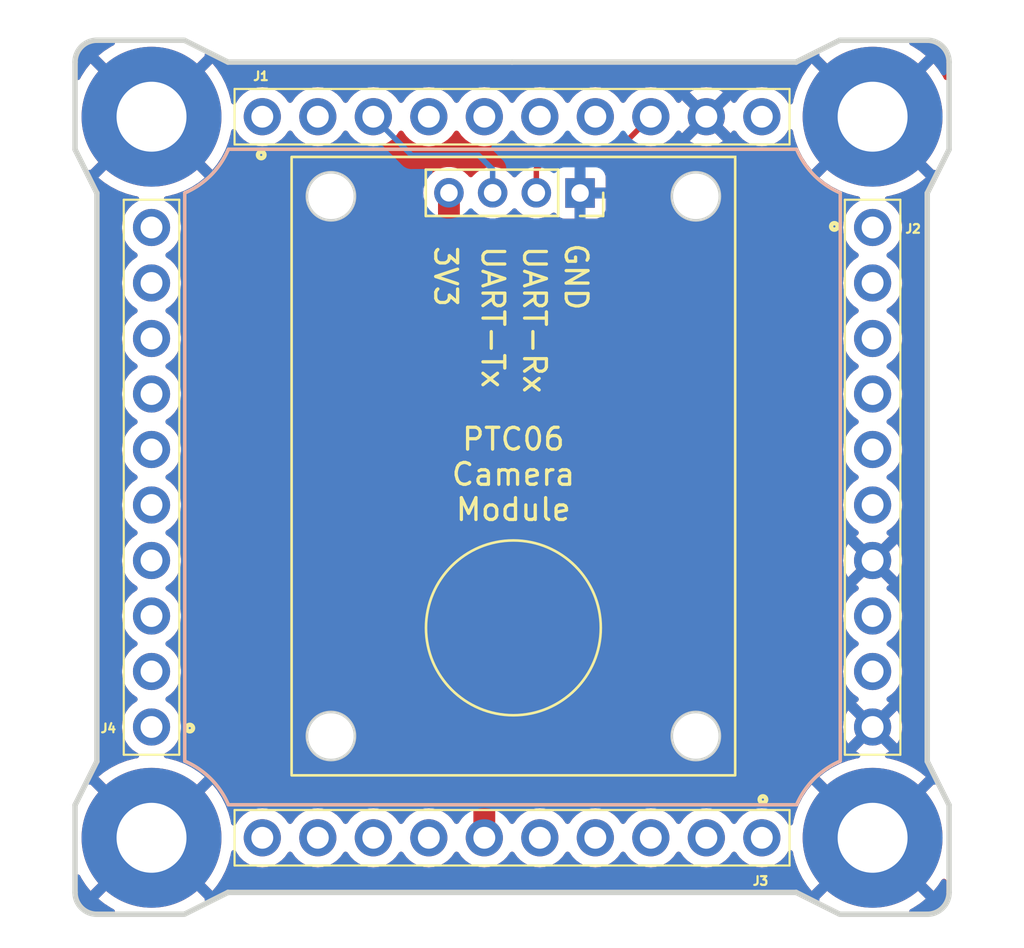
<source format=kicad_pcb>
(kicad_pcb (version 20221018) (generator pcbnew)
  (layers (0 "F.Cu" signal) (31 "B.Cu" signal) (34 "B.Paste" user) (35 "F.Paste" user) (36 "B.SilkS" user "B.Silkscreen") (37 "F.SilkS" user "F.Silkscreen") (38 "B.Mask" user) (39 "F.Mask" user) (44 "Edge.Cuts" user))
  (net 0 "")
  (net 1 "GND")
  (net 2 "/SDA1")
  (net 3 "/SCL1")
  (net 4 "/UART_RX")
  (net 5 "/KILLSWITCH+")
  (net 6 "/PFO")
  (net 7 "/BAT-")
  (net 8 "/NC")
  (net 9 "/UART_TX")
  (net 10 "/3V3_PERM")
  (net 11 "/STM32_PA15")
  (net 12 "/SWO")
  (net 13 "/BATT_NTC")
  (net 14 "/SOLAR_Y")
  (net 15 "/SEL_PH2")
  (net 16 "/SEL_PH1")
  (net 17 "/HEATER_PWR")
  (net 18 "/BURNCOMMS")
  (net 19 "/SOLAR_Z")
  (net 20 "/STM32_PB0")
  (net 21 "/ADCS_POWER")
  (net 22 "/RST_DRIVERS")
  (net 23 "/ADC_PH")
  (net 24 "/P{slash}L_POWER")
  (net 25 "/SEL_PH0")
  (net 26 "/VCC_UMBILICAL")
  (net 27 "/FAULT")
  (net 28 "/CHRG")
  (net 29 "/SOLAR_X")
  (net 30 "/CHRGOFF")
  (net 31 "/CLPROG")
  (net 32 "/SDA3")
  (net 33 "/NRST")
  (net 34 "/SWDIO")
  (net 35 "/SWCLK")
  (net 36 "/DAC_PL")
  (net 37 "/ADC_PL")
  (net 38 "/SCL3")
  (footprint "MountingHole:MountingHole_3.2mm_M3_Pad" (layer "F.Cu") (at 116.5 33.5)
    (fp_text reference "H2" hide)
    (fp_text value "MountingHole_Pad")
    (pad "1" thru_hole circle (at 0 0) (size 6.4 6.4) (drill 3.2) (layers "*.Cu" "*.Mask") (net 1 "GND"))
  )
  (footprint "connector-nsl:BBL-110-Y-X" (layer "F.Cu") (at 116.5 38.57 -90)
    (fp_text reference "J2" (at 0.061 -1.854 unlocked) (layer "F.SilkS") (effects (font (size 0.4 0.4))))
    (fp_text value "Conn_01x10" hide)
    (fp_line (start -1.27 -1.27) (end 24.13 -1.27) (stroke (width 0.1)) (layer "F.SilkS"))
    (fp_line (start -1.27 1.27) (end -1.27 -1.27) (stroke (width 0.1)) (layer "F.SilkS"))
    (fp_line (start 24.13 -1.27) (end 24.13 1.27) (stroke (width 0.1)) (layer "F.SilkS"))
    (fp_line (start 24.13 1.27) (end -1.27 1.27) (stroke (width 0.1)) (layer "F.SilkS"))
    (fp_circle (center -0.05 1.75) (end -0.05 1.8) (stroke (width 0.2)) (fill none) (layer "F.SilkS"))
    (pad "1" thru_hole circle (at 0 0 270) (size 1.7 1.7) (drill 1) (layers "*.Cu" "*.Mask") (net 11 "/STM32_PA15"))
    (pad "2" thru_hole circle (at 2.54 0 270) (size 1.7 1.7) (drill 1) (layers "*.Cu" "*.Mask") (net 12 "/SWO"))
    (pad "3" thru_hole circle (at 5.08 0 270) (size 1.7 1.7) (drill 1) (layers "*.Cu" "*.Mask") (net 13 "/BATT_NTC"))
    (pad "4" thru_hole circle (at 7.62 0 270) (size 1.7 1.7) (drill 1) (layers "*.Cu" "*.Mask") (net 14 "/SOLAR_Y"))
    (pad "5" thru_hole circle (at 10.16 0 270) (size 1.7 1.7) (drill 1) (layers "*.Cu" "*.Mask") (net 15 "/SEL_PH2"))
    (pad "6" thru_hole circle (at 12.7 0 270) (size 1.7 1.7) (drill 1) (layers "*.Cu" "*.Mask") (net 16 "/SEL_PH1"))
    (pad "7" thru_hole circle (at 15.24 0 270) (size 1.7 1.7) (drill 1) (layers "*.Cu" "*.Mask") (net 1 "GND"))
    (pad "8" thru_hole circle (at 17.78 0 270) (size 1.7 1.7) (drill 1) (layers "*.Cu" "*.Mask") (net 17 "/HEATER_PWR"))
    (pad "9" thru_hole circle (at 20.32 0 270) (size 1.7 1.7) (drill 1) (layers "*.Cu" "*.Mask") (net 18 "/BURNCOMMS"))
    (pad "10" thru_hole circle (at 22.86 0 270) (size 1.7 1.7) (drill 1) (layers "*.Cu" "*.Mask") (net 1 "GND"))
  )
  (footprint "connector-nsl:BBL-110-Y-X" (layer "F.Cu") (at 88.57 33.5)
    (fp_text reference "J1" (at -0.061 -1.854 unlocked) (layer "F.SilkS") (effects (font (size 0.4 0.4))))
    (fp_text value "Conn_01x10" hide)
    (fp_line (start -1.27 -1.27) (end 24.13 -1.27) (stroke (width 0.1)) (layer "F.SilkS"))
    (fp_line (start -1.27 1.27) (end -1.27 -1.27) (stroke (width 0.1)) (layer "F.SilkS"))
    (fp_line (start 24.13 -1.27) (end 24.13 1.27) (stroke (width 0.1)) (layer "F.SilkS"))
    (fp_line (start 24.13 1.27) (end -1.27 1.27) (stroke (width 0.1)) (layer "F.SilkS"))
    (fp_circle (center -0.05 1.75) (end -0.05 1.8) (stroke (width 0.2)) (fill none) (layer "F.SilkS"))
    (pad "1" thru_hole circle (at 0 0) (size 1.7 1.7) (drill 1) (layers "*.Cu" "*.Mask") (net 2 "/SDA1"))
    (pad "2" thru_hole circle (at 2.54 0) (size 1.7 1.7) (drill 1) (layers "*.Cu" "*.Mask") (net 3 "/SCL1"))
    (pad "3" thru_hole circle (at 5.08 0) (size 1.7 1.7) (drill 1) (layers "*.Cu" "*.Mask") (net 4 "/UART_RX"))
    (pad "4" thru_hole circle (at 7.62 0) (size 1.7 1.7) (drill 1) (layers "*.Cu" "*.Mask") (net 5 "/KILLSWITCH+"))
    (pad "5" thru_hole circle (at 10.16 0) (size 1.7 1.7) (drill 1) (layers "*.Cu" "*.Mask") (net 6 "/PFO"))
    (pad "6" thru_hole circle (at 12.7 0) (size 1.7 1.7) (drill 1) (layers "*.Cu" "*.Mask") (net 7 "/BAT-"))
    (pad "7" thru_hole circle (at 15.24 0) (size 1.7 1.7) (drill 1) (layers "*.Cu" "*.Mask") (net 8 "/NC"))
    (pad "8" thru_hole circle (at 17.78 0) (size 1.7 1.7) (drill 1) (layers "*.Cu" "*.Mask") (net 9 "/UART_TX"))
    (pad "9" thru_hole circle (at 20.32 0) (size 1.7 1.7) (drill 1) (layers "*.Cu" "*.Mask") (net 1 "GND"))
    (pad "10" thru_hole circle (at 22.86 0) (size 1.7 1.7) (drill 1) (layers "*.Cu" "*.Mask") (net 10 "/3V3_PERM"))
  )
  (footprint "connector-nsl:BBL-110-Y-X" (layer "F.Cu") (at 83.5 61.43 90)
    (fp_text reference "J4" (at -0.061 -1.976 unlocked) (layer "F.SilkS") (effects (font (size 0.4 0.4))))
    (fp_text value "Conn_01x10" hide)
    (fp_line (start -1.27 -1.27) (end 24.13 -1.27) (stroke (width 0.1)) (layer "F.SilkS"))
    (fp_line (start -1.27 1.27) (end -1.27 -1.27) (stroke (width 0.1)) (layer "F.SilkS"))
    (fp_line (start 24.13 -1.27) (end 24.13 1.27) (stroke (width 0.1)) (layer "F.SilkS"))
    (fp_line (start 24.13 1.27) (end -1.27 1.27) (stroke (width 0.1)) (layer "F.SilkS"))
    (fp_circle (center -0.05 1.75) (end -0.05 1.8) (stroke (width 0.2)) (fill none) (layer "F.SilkS"))
    (pad "1" thru_hole circle (at 0 0 90) (size 1.7 1.7) (drill 1) (layers "*.Cu" "*.Mask") (net 29 "/SOLAR_X"))
    (pad "2" thru_hole circle (at 2.54 0 90) (size 1.7 1.7) (drill 1) (layers "*.Cu" "*.Mask") (net 30 "/CHRGOFF"))
    (pad "3" thru_hole circle (at 5.08 0 90) (size 1.7 1.7) (drill 1) (layers "*.Cu" "*.Mask") (net 31 "/CLPROG"))
    (pad "4" thru_hole circle (at 7.62 0 90) (size 1.7 1.7) (drill 1) (layers "*.Cu" "*.Mask") (net 32 "/SDA3"))
    (pad "5" thru_hole circle (at 10.16 0 90) (size 1.7 1.7) (drill 1) (layers "*.Cu" "*.Mask") (net 33 "/NRST"))
    (pad "6" thru_hole circle (at 12.7 0 90) (size 1.7 1.7) (drill 1) (layers "*.Cu" "*.Mask") (net 34 "/SWDIO"))
    (pad "7" thru_hole circle (at 15.24 0 90) (size 1.7 1.7) (drill 1) (layers "*.Cu" "*.Mask") (net 35 "/SWCLK"))
    (pad "8" thru_hole circle (at 17.78 0 90) (size 1.7 1.7) (drill 1) (layers "*.Cu" "*.Mask") (net 36 "/DAC_PL"))
    (pad "9" thru_hole circle (at 20.32 0 90) (size 1.7 1.7) (drill 1) (layers "*.Cu" "*.Mask") (net 37 "/ADC_PL"))
    (pad "10" thru_hole circle (at 22.86 0 90) (size 1.7 1.7) (drill 1) (layers "*.Cu" "*.Mask") (net 38 "/SCL3"))
  )
  (footprint "MountingHole:MountingHole_3.2mm_M3_Pad" (layer "F.Cu") (at 116.5 66.5)
    (fp_text reference "H3" hide)
    (fp_text value "MountingHole_Pad")
    (pad "1" thru_hole circle (at 0 0) (size 6.4 6.4) (drill 3.2) (layers "*.Cu" "*.Mask") (net 1 "GND"))
  )
  (footprint "MountingHole:MountingHole_3.2mm_M3_Pad" (layer "F.Cu") (at 83.5 66.5)
    (fp_text reference "H4" hide)
    (fp_text value "MountingHole_Pad")
    (pad "1" thru_hole circle (at 0 0) (size 6.4 6.4) (drill 3.2) (layers "*.Cu" "*.Mask") (net 1 "GND"))
  )
  (footprint "sensor-nsl:PTC06" (layer "F.Cu") (at 100.0608 49.492 -90)
    (fp_text reference "U1" hide)
    (fp_text value "PTC06")
    (fp_text user "3V3" (at -10.16 3.683 -90 unlocked) (layer "F.SilkS") (effects (justify left bottom)))
    (fp_text user "UART-Rx" (at -10.16 -0.381 -90 unlocked) (layer "F.SilkS") (effects (justify left bottom)))
    (fp_text user "GND" (at -10.287 -2.286 -90 unlocked) (layer "F.SilkS") (effects (justify left bottom)))
    (fp_text user "UART-Tx" (at -10.16 1.524 -90 unlocked) (layer "F.SilkS") (effects (justify left bottom)))
    (fp_text_box "PTC06 Camera Module" (start -2.569 5.08) (end 3.4 -5.08) (angle 90) (layer "F.SilkS") (effects (font (size 1 1)) (justify top)))
    (fp_line (start -13.57 -2.05) (end -13.57 4.01) (stroke (width 0.12)) (layer "F.SilkS"))
    (fp_line (start -13.57 -2.05) (end -11.45 -2.05) (stroke (width 0.12)) (layer "F.SilkS"))
    (fp_line (start -13.57 4.01) (end -11.45 4.01) (stroke (width 0.12)) (layer "F.SilkS"))
    (fp_line (start -12.51 -4.11) (end -11.45 -4.11) (stroke (width 0.12)) (layer "F.SilkS"))
    (fp_line (start -11.45 -4.11) (end -11.45 -3.05) (stroke (width 0.12)) (layer "F.SilkS"))
    (fp_line (start -11.45 -2.05) (end -11.45 4.01) (stroke (width 0.12)) (layer "F.SilkS"))
    (fp_rect (start -14.15 -10.15) (end 14.15 10.15) (stroke (width 0.12)) (fill none) (layer "F.SilkS"))
    (fp_circle (center 7.4 0) (end 11.4 0) (stroke (width 0.12)) (fill none) (layer "F.SilkS"))
    (fp_circle (center -12.35 -8.35) (end -11.25 -8.35) (stroke (width 0.12)) (fill none) (layer "Edge.Cuts"))
    (fp_circle (center -12.35 8.35) (end -11.25 8.35) (stroke (width 0.12)) (fill none) (layer "Edge.Cuts"))
    (fp_circle (center 12.35 -8.35) (end 13.45 -8.35) (stroke (width 0.12)) (fill none) (layer "Edge.Cuts"))
    (fp_circle (center 12.35 8.35) (end 13.45 8.35) (stroke (width 0.12)) (fill none) (layer "Edge.Cuts"))
    (pad "1" thru_hole rect (at -12.5 -3.05 270) (size 1.35 1.35) (drill 0.8) (layers "*.Cu" "*.Mask") (net 1 "GND"))
    (pad "2" thru_hole oval (at -12.51 -1.05 270) (size 1.35 1.35) (drill 0.8) (layers "*.Cu" "*.Mask") (net 9 "/UART_TX"))
    (pad "3" thru_hole oval (at -12.51 0.95 270) (size 1.35 1.35) (drill 0.8) (layers "*.Cu" "*.Mask") (net 4 "/UART_RX"))
    (pad "4" thru_hole oval (at -12.51 2.95 270) (size 1.35 1.35) (drill 0.8) (layers "*.Cu" "*.Mask") (net 24 "/P{slash}L_POWER"))
  )
  (footprint "connector-nsl:BBL-110-Y-X" (layer "F.Cu") (at 111.43 66.5 180)
    (fp_text reference "J3" (at 0.061 -1.976 unlocked) (layer "F.SilkS") (effects (font (size 0.4 0.4))))
    (fp_text value "Conn_01x10" hide)
    (fp_line (start -1.27 -1.27) (end 24.13 -1.27) (stroke (width 0.1)) (layer "F.SilkS"))
    (fp_line (start -1.27 1.27) (end -1.27 -1.27) (stroke (width 0.1)) (layer "F.SilkS"))
    (fp_line (start 24.13 -1.27) (end 24.13 1.27) (stroke (width 0.1)) (layer "F.SilkS"))
    (fp_line (start 24.13 1.27) (end -1.27 1.27) (stroke (width 0.1)) (layer "F.SilkS"))
    (fp_circle (center -0.05 1.75) (end -0.05 1.8) (stroke (width 0.2)) (fill none) (layer "F.SilkS"))
    (pad "1" thru_hole circle (at 0 0 180) (size 1.7 1.7) (drill 1) (layers "*.Cu" "*.Mask") (net 19 "/SOLAR_Z"))
    (pad "2" thru_hole circle (at 2.54 0 180) (size 1.7 1.7) (drill 1) (layers "*.Cu" "*.Mask") (net 20 "/STM32_PB0"))
    (pad "3" thru_hole circle (at 5.08 0 180) (size 1.7 1.7) (drill 1) (layers "*.Cu" "*.Mask") (net 21 "/ADCS_POWER"))
    (pad "4" thru_hole circle (at 7.62 0 180) (size 1.7 1.7) (drill 1) (layers "*.Cu" "*.Mask") (net 22 "/RST_DRIVERS"))
    (pad "5" thru_hole circle (at 10.16 0 180) (size 1.7 1.7) (drill 1) (layers "*.Cu" "*.Mask") (net 23 "/ADC_PH"))
    (pad "6" thru_hole circle (at 12.7 0 180) (size 1.7 1.7) (drill 1) (layers "*.Cu" "*.Mask") (net 24 "/P{slash}L_POWER"))
    (pad "7" thru_hole circle (at 15.24 0 180) (size 1.7 1.7) (drill 1) (layers "*.Cu" "*.Mask") (net 25 "/SEL_PH0"))
    (pad "8" thru_hole circle (at 17.78 0 180) (size 1.7 1.7) (drill 1) (layers "*.Cu" "*.Mask") (net 26 "/VCC_UMBILICAL"))
    (pad "9" thru_hole circle (at 20.32 0 180) (size 1.7 1.7) (drill 1) (layers "*.Cu" "*.Mask") (net 27 "/FAULT"))
    (pad "10" thru_hole circle (at 22.86 0 180) (size 1.7 1.7) (drill 1) (layers "*.Cu" "*.Mask") (net 28 "/CHRG"))
  )
  (footprint "MountingHole:MountingHole_3.2mm_M3_Pad" (layer "F.Cu") (at 83.5 33.5)
    (fp_text reference "H1" hide)
    (fp_text value "MountingHole_Pad")
    (pad "1" thru_hole circle (at 0 0) (size 6.4 6.4) (drill 3.2) (layers "*.Cu" "*.Mask") (net 1 "GND"))
  )
  (gr_arc (start 115.020182 36.989817) (mid 113.827602 36.182398) (end 113.020183 34.989818) (stroke (width 0.15)) (layer "B.SilkS"))
  (gr_line (start 115.020182 62.989818) (end 115.020182 36.989818) (stroke (width 0.15)) (layer "B.SilkS"))
  (gr_line (start 85.020182 36.989818) (end 85.020182 62.989818) (stroke (width 0.15)) (layer "B.SilkS"))
  (gr_arc (start 85.020182 62.989819) (mid 86.212765 63.797235) (end 87.020181 64.989818) (stroke (width 0.15)) (layer "B.SilkS"))
  (gr_line (start 87.020182 64.989818) (end 113.020182 64.989818) (stroke (width 0.15)) (layer "B.SilkS"))
  (gr_line (start 87.020182 34.989818) (end 113.020182 34.989818) (stroke (width 0.15)) (layer "B.SilkS"))
  (gr_arc (start 113.020183 64.989818) (mid 113.827595 63.797228) (end 115.020182 62.989819) (stroke (width 0.15)) (layer "B.SilkS"))
  (gr_arc (start 87.020181 34.989818) (mid 86.212758 36.182392) (end 85.020182 36.989817) (stroke (width 0.15)) (layer "B.SilkS"))
  (gr_arc (start 87.020181 34.989818) (mid 86.212758 36.182392) (end 85.020182 36.989817) (stroke (width 0.15)) (layer "F.SilkS"))
  (gr_line (start 87.020182 64.989818) (end 113.020182 64.989818) (stroke (width 0.15)) (layer "F.SilkS"))
  (gr_arc (start 115.020182 36.989817) (mid 113.827602 36.182398) (end 113.020183 34.989818) (stroke (width 0.15)) (layer "F.SilkS"))
  (gr_arc (start 85.020182 62.989819) (mid 86.212765 63.797235) (end 87.020181 64.989818) (stroke (width 0.15)) (layer "F.SilkS"))
  (gr_line (start 115.020182 62.989818) (end 115.020182 36.989818) (stroke (width 0.15)) (layer "F.SilkS"))
  (gr_line (start 87.020182 34.989818) (end 113.020182 34.989818) (stroke (width 0.15)) (layer "F.SilkS"))
  (gr_arc (start 113.020183 64.989818) (mid 113.827595 63.797228) (end 115.020182 62.989819) (stroke (width 0.15)) (layer "F.SilkS"))
  (gr_line (start 85.020182 36.989818) (end 85.020182 62.989818) (stroke (width 0.15)) (layer "F.SilkS"))
  (gr_line (start 85 70) (end 81 70) (stroke (width 0.25)) (layer "Edge.Cuts"))
  (gr_line (start 80 35) (end 80 31) (stroke (width 0.25)) (layer "Edge.Cuts"))
  (gr_line (start 119 37) (end 119 63) (stroke (width 0.25)) (layer "Edge.Cuts"))
  (gr_line (start 80 69) (end 80 65) (stroke (width 0.25)) (layer "Edge.Cuts"))
  (gr_line (start 113 69) (end 87 69) (stroke (width 0.25)) (layer "Edge.Cuts"))
  (gr_line (start 120 65) (end 120 69) (stroke (width 0.25)) (layer "Edge.Cuts"))
  (gr_line (start 87 31) (end 99.999 31) (stroke (width 0.25)) (layer "Edge.Cuts"))
  (gr_line (start 80 65) (end 81 63) (stroke (width 0.25)) (layer "Edge.Cuts"))
  (gr_line (start 113 31) (end 114.999 30) (stroke (width 0.25)) (layer "Edge.Cuts"))
  (gr_arc (start 81 70) (mid 80.292893 69.707107) (end 80 69) (stroke (width 0.25)) (layer "Edge.Cuts"))
  (gr_line (start 119 63) (end 120 65) (stroke (width 0.25)) (layer "Edge.Cuts"))
  (gr_line (start 81 30) (end 85 30) (stroke (width 0.25)) (layer "Edge.Cuts"))
  (gr_line (start 120 35) (end 119 37) (stroke (width 0.25)) (layer "Edge.Cuts"))
  (gr_line (start 115 70) (end 119 70) (stroke (width 0.25)) (layer "Edge.Cuts"))
  (gr_arc (start 120 69) (mid 119.707107 69.707107) (end 119 70) (stroke (width 0.25)) (layer "Edge.Cuts"))
  (gr_arc (start 80 31) (mid 80.292893 30.292893) (end 81 30) (stroke (width 0.25)) (layer "Edge.Cuts"))
  (gr_line (start 99.999 31) (end 113 31) (stroke (width 0.25)) (layer "Edge.Cuts"))
  (gr_line (start 120 35) (end 120 31) (stroke (width 0.25)) (layer "Edge.Cuts"))
  (gr_line (start 114.999 30) (end 119 30) (stroke (width 0.25)) (layer "Edge.Cuts"))
  (gr_arc (start 119 30) (mid 119.707107 30.292893) (end 120 31) (stroke (width 0.25)) (layer "Edge.Cuts"))
  (gr_line (start 113 69) (end 115 70) (stroke (width 0.25)) (layer "Edge.Cuts"))
  (gr_line (start 85 30) (end 87 31) (stroke (width 0.25)) (layer "Edge.Cuts"))
  (gr_line (start 81 37) (end 80 35) (stroke (width 0.25)) (layer "Edge.Cuts"))
  (gr_line (start 81 63) (end 81 37) (stroke (width 0.25)) (layer "Edge.Cuts"))
  (gr_line (start 87 69) (end 85 70) (stroke (width 0.25)) (layer "Edge.Cuts"))
  (segment (start 95.4088 35.268) (end 93.65 33.5092) (width 0.25) (layer "B.Cu") (net 4))
  (segment (start 98.468 35.268) (end 95.4088 35.268) (width 0.25) (layer "B.Cu") (net 4))
  (segment (start 99.1108 36.982) (end 99.1108 35.9108) (width 0.25) (layer "B.Cu") (net 4))
  (segment (start 99.1108 35.9108) (end 98.468 35.268) (width 0.25) (layer "B.Cu") (net 4))
  (segment (start 101.732 35.268) (end 104.5912 35.268) (width 0.25) (layer "F.Cu") (net 9))
  (segment (start 101.1108 36.982) (end 101.1108 35.8892) (width 0.25) (layer "F.Cu") (net 9))
  (segment (start 104.5912 35.268) (end 106.35 33.5092) (width 0.25) (layer "F.Cu") (net 9))
  (segment (start 101.1108 35.8892) (end 101.732 35.268) (width 0.25) (layer "F.Cu") (net 9))
  (segment (start 97.1108 36.982) (end 97.1108 39.6128) (width 1) (layer "F.Cu") (net 24))
  (segment (start 98.73 41.232) (end 98.73 66.5) (width 1) (layer "F.Cu") (net 24))
  (segment (start 97.1108 39.6128) (end 98.73 41.232) (width 1) (layer "F.Cu") (net 24))
  (zone (net 1) (net_name "GND") (layer "F.Cu") (connect_pads (clearance 0.5)) (min_thickness 0.25) (fill yes (thermal_gap 0.5) (thermal_bridge_width 0.5))
    (polygon (pts (xy 80 29.868) (xy 80 70) (xy 119.878 70.254) (xy 120.132 29.868)))
  )
  (zone (net 1) (net_name "GND") (layer "B.Cu") (priority 1) (connect_pads (clearance 0.5)) (min_thickness 0.25) (fill yes (thermal_gap 0.5) (thermal_bridge_width 0.5))
    (polygon (pts (xy 80 70) (xy 119.878 70) (xy 119.878 29.868) (xy 80 29.868)))
  )
)
</source>
